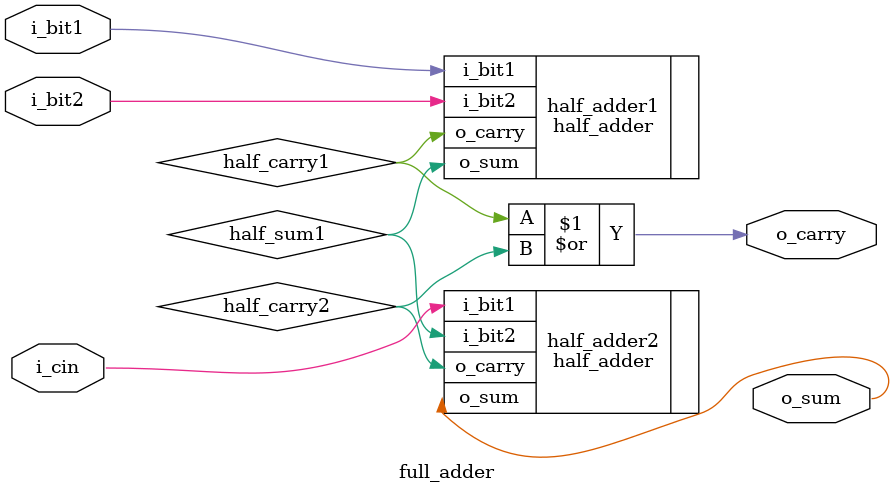
<source format=v>
module full_adder
  (
   i_bit1,
   i_bit2,
   i_cin,
   o_sum,
   o_carry
   );
   
   input  i_bit1;
   input  i_bit2;
   input  i_cin;
   output o_sum;
   output o_carry;

   wire	  half_sum1;
   wire	  half_carry1;
   wire	  half_carry2;
   
   

   half_adder half_adder1(
			  .i_bit1(i_bit1),
			  .i_bit2(i_bit2),
			  .o_sum(half_sum1),
			  .o_carry(half_carry1)
			  );
   half_adder half_adder2(
			  .i_bit1(i_cin),
			  .i_bit2(half_sum1),
			  .o_sum(o_sum),
			  .o_carry(half_carry2)
			  );
   assign o_carry = half_carry1 | half_carry2;
   
   
   // let's make this a proper full adder..
   
   
endmodule // full_adder

</source>
